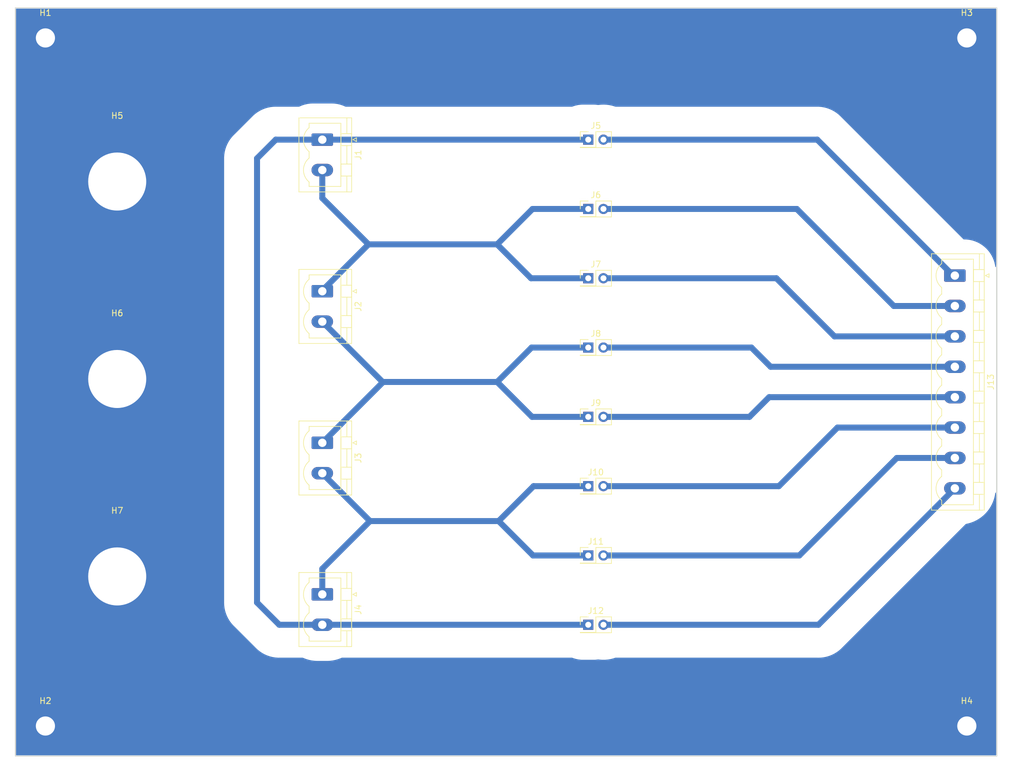
<source format=kicad_pcb>
(kicad_pcb (version 20211014) (generator pcbnew)
  (layers (0 "F.Cu" signal) (31 "B.Cu" signal) (34 "B.Paste" user) (35 "F.Paste" user) (36 "B.SilkS" user "B.Silkscreen") (37 "F.SilkS" user "F.Silkscreen") (38 "B.Mask" user) (39 "F.Mask" user) (44 "Edge.Cuts" user))
  (net 0 "")
  (net 1 "Net-(J10-Pad2)")
  (net 2 "Net-(J11-Pad2)")
  (net 3 "Net-(J10-Pad1)")
  (net 4 "Net-(J13-Pad5)")
  (net 5 "Net-(J12-Pad2)")
  (net 6 "Net-(J1-Pad2)")
  (net 7 "Net-(J1-Pad1)")
  (net 8 "Net-(J2-Pad2)")
  (net 9 "Net-(J13-Pad1)")
  (net 10 "Net-(J13-Pad2)")
  (net 11 "Net-(J13-Pad3)")
  (net 12 "Net-(J13-Pad4)")
  (net 13 "GND")
  (footprint "Connector_PinHeader_2.54mm:PinHeader_2x01_P2.54mm_Vertical" (layer "F.Cu") (at 158.725 57)
    (fp_text reference "J5" (at 1.27 -2.33) (layer "F.SilkS"))
    (fp_text value "Conn_02x01")
    (fp_line (start 3.87 -1.33) (end 3.87 1.33) (layer "F.SilkS") (width 0.12))
    (fp_line (start -1.33 0) (end -1.33 -1.33) (layer "F.SilkS") (width 0.12))
    (fp_line (start -1.33 -1.33) (end 0 -1.33) (layer "F.SilkS") (width 0.12))
    (fp_line (start 1.27 -1.33) (end 3.87 -1.33) (layer "F.SilkS") (width 0.12))
    (fp_line (start -1.33 1.33) (end 3.87 1.33) (layer "F.SilkS") (width 0.12))
    (fp_line (start 1.27 1.27) (end 1.27 -1.33) (layer "F.SilkS") (width 0.12))
    (fp_line (start -1.33 1.27) (end -1.33 1.33) (layer "F.SilkS") (width 0.12))
    (fp_line (start -1.33 1.27) (end 1.27 1.27) (layer "F.SilkS") (width 0.12))
    (pad "1" thru_hole rect (at 0 0) (size 1.7 1.7) (drill 1) (layers *.Cu *.Mask) (net 7 "Net-(J1-Pad1)"))
    (pad "2" thru_hole oval (at 2.54 0) (size 1.7 1.7) (drill 1) (layers *.Cu *.Mask) (net 9 "Net-(J13-Pad1)"))
  )
  (footprint "Connector_Phoenix_MSTB:PhoenixContact_MSTBVA_2,5_2-G-5,08_1x02_P5.08mm_Vertical" (layer "F.Cu") (at 114.2775 82.333333 -90)
    (fp_text reference "J2" (at 2.54 -6 90) (layer "F.SilkS"))
    (fp_text value "Conn_01x02")
    (fp_line (start 8.73 3.91) (end 8.73 -4.91) (layer "F.SilkS") (width 0.12))
    (fp_line (start 2 2.2) (end 3.08 2.2) (layer "F.SilkS") (width 0.12))
    (fp_line (start 8.73 -4.91) (end -3.65 -4.91) (layer "F.SilkS") (width 0.12))
    (fp_line (start -2.74 -3.1) (end 7.82 -3.1) (layer "F.SilkS") (width 0.12))
    (fp_line (start -2.74 2.2) (end -2.74 -3.1) (layer "F.SilkS") (width 0.12))
    (fp_line (start 7.82 2.2) (end 7.08 2.2) (layer "F.SilkS") (width 0.12))
    (fp_line (start -0.3 -5.71) (end 0.3 -5.71) (layer "F.SilkS") (width 0.12))
    (fp_line (start 1 -4.91) (end 1 -3.1) (layer "F.SilkS") (width 0.12))
    (fp_line (start 4.08 -3.1) (end 4.08 -4.91) (layer "F.SilkS") (width 0.12))
    (fp_line (start 8.73 -4.1) (end 6.19 -4.1) (layer "F.SilkS") (width 0.12))
    (fp_line (start 6.08 -4.91) (end 6.08 -3.1) (layer "F.SilkS") (width 0.12))
    (fp_line (start 4.08 -4.91) (end 6.08 -4.91) (layer "F.SilkS") (width 0.12))
    (fp_line (start 1 -4.1) (end 4.08 -4.1) (layer "F.SilkS") (width 0.12))
    (fp_line (start -3.65 3.91) (end 8.73 3.91) (layer "F.SilkS") (width 0.12))
    (fp_line (start -1 -3.1) (end -1 -4.91) (layer "F.SilkS") (width 0.12))
    (fp_line (start -2 2.2) (end -2.74 2.2) (layer "F.SilkS") (width 0.12))
    (fp_line (start -3.65 -4.1) (end -1.11 -4.1) (layer "F.SilkS") (width 0.12))
    (fp_line (start 0 -5.11) (end -0.3 -5.71) (layer "F.SilkS") (width 0.12))
    (fp_line (start -1 -4.91) (end 1 -4.91) (layer "F.SilkS") (width 0.12))
    (fp_line (start 6.08 -3.1) (end 4.08 -3.1) (layer "F.SilkS") (width 0.12))
    (fp_line (start 0.3 -5.71) (end 0 -5.11) (layer "F.SilkS") (width 0.12))
    (fp_line (start 1 -3.1) (end -1 -3.1) (layer "F.SilkS") (width 0.12))
    (fp_line (start 7.82 -3.1) (end 7.82 2.2) (layer "F.SilkS") (width 0.12))
    (fp_line (start -3.65 -4.91) (end -3.65 3.91) (layer "F.SilkS") (width 0.12))
    (fp_arc (start 7.066842 2.215821) (mid 5.069711 3.142758) (end 3.08 2.2) (layer "F.SilkS") (width 0.12))
    (fp_arc (start 1.986842 2.215821) (mid -0.010289 3.142758) (end -2 2.2) (layer "F.SilkS") (width 0.12))
    (pad "1" thru_hole roundrect (at 0 0 270) (size 2.08 3.6) (drill 1.4) (layers *.Cu *.Mask) (roundrect_rratio 0.120192) (net 6 "Net-(J1-Pad2)"))
    (pad "2" thru_hole oval (at 5.08 0 270) (size 2.08 3.6) (drill 1.4) (layers *.Cu *.Mask) (net 8 "Net-(J2-Pad2)"))
  )
  (footprint "qds-cv-jig-hw-lib:Potentiometer_Vishay_534" (layer "F.Cu") (at 80 130)
    (fp_text reference "H7" (at 0 -11 unlocked) (layer "F.SilkS"))
    (fp_text value "MountingHole")
    (pad "1" thru_hole circle (at 0 0) (size 15 15) (drill 9.7) (layers *.Cu *.Mask) (net 13 "GND"))
  )
  (footprint "Connector_PinHeader_2.54mm:PinHeader_2x01_P2.54mm_Vertical" (layer "F.Cu") (at 158.725 138.08)
    (fp_text reference "J12" (at 1.27 -2.33) (layer "F.SilkS"))
    (fp_text value "Conn_02x01")
    (fp_line (start 1.27 -1.33) (end 3.87 -1.33) (layer "F.SilkS") (width 0.12))
    (fp_line (start -1.33 1.27) (end 1.27 1.27) (layer "F.SilkS") (width 0.12))
    (fp_line (start 3.87 -1.33) (end 3.87 1.33) (layer "F.SilkS") (width 0.12))
    (fp_line (start -1.33 -1.33) (end 0 -1.33) (layer "F.SilkS") (width 0.12))
    (fp_line (start -1.33 0) (end -1.33 -1.33) (layer "F.SilkS") (width 0.12))
    (fp_line (start 1.27 1.27) (end 1.27 -1.33) (layer "F.SilkS") (width 0.12))
    (fp_line (start -1.33 1.33) (end 3.87 1.33) (layer "F.SilkS") (width 0.12))
    (fp_line (start -1.33 1.27) (end -1.33 1.33) (layer "F.SilkS") (width 0.12))
    (pad "1" thru_hole rect (at 0 0) (size 1.7 1.7) (drill 1) (layers *.Cu *.Mask) (net 7 "Net-(J1-Pad1)"))
    (pad "2" thru_hole oval (at 2.54 0) (size 1.7 1.7) (drill 1) (layers *.Cu *.Mask) (net 5 "Net-(J12-Pad2)"))
  )
  (footprint "MountingHole:MountingHole_3.2mm_M3_Pad" (layer "F.Cu") (at 68 155)
    (fp_text reference "H2" (at 0 -4.2) (layer "F.SilkS"))
    (fp_text value "MountingHole")
    (pad "1" thru_hole circle (at 0 0) (size 6.4 6.4) (drill 3.2) (layers *.Cu *.Mask) (net 13 "GND"))
  )
  (footprint "Connector_Phoenix_MSTB:PhoenixContact_MSTBVA_2,5_2-G-5,08_1x02_P5.08mm_Vertical" (layer "F.Cu") (at 114.2775 107.666666 -90)
    (fp_text reference "J3" (at 2.54 -6 90) (layer "F.SilkS"))
    (fp_text value "Conn_01x02")
    (fp_line (start 8.73 -4.1) (end 6.19 -4.1) (layer "F.SilkS") (width 0.12))
    (fp_line (start 4.08 -4.91) (end 6.08 -4.91) (layer "F.SilkS") (width 0.12))
    (fp_line (start -1 -4.91) (end 1 -4.91) (layer "F.SilkS") (width 0.12))
    (fp_line (start 6.08 -3.1) (end 4.08 -3.1) (layer "F.SilkS") (width 0.12))
    (fp_line (start 6.08 -4.91) (end 6.08 -3.1) (layer "F.SilkS") (width 0.12))
    (fp_line (start -3.65 3.91) (end 8.73 3.91) (layer "F.SilkS") (width 0.12))
    (fp_line (start 1 -4.1) (end 4.08 -4.1) (layer "F.SilkS") (width 0.12))
    (fp_line (start 1 -3.1) (end -1 -3.1) (layer "F.SilkS") (width 0.12))
    (fp_line (start -2 2.2) (end -2.74 2.2) (layer "F.SilkS") (width 0.12))
    (fp_line (start -2.74 2.2) (end -2.74 -3.1) (layer "F.SilkS") (width 0.12))
    (fp_line (start -3.65 -4.91) (end -3.65 3.91) (layer "F.SilkS") (width 0.12))
    (fp_line (start 0.3 -5.71) (end 0 -5.11) (layer "F.SilkS") (width 0.12))
    (fp_line (start -2.74 -3.1) (end 7.82 -3.1) (layer "F.SilkS") (width 0.12))
    (fp_line (start 8.73 -4.91) (end -3.65 -4.91) (layer "F.SilkS") (width 0.12))
    (fp_line (start 7.82 2.2) (end 7.08 2.2) (layer "F.SilkS") (width 0.12))
    (fp_line (start 8.73 3.91) (end 8.73 -4.91) (layer "F.SilkS") (width 0.12))
    (fp_line (start 4.08 -3.1) (end 4.08 -4.91) (layer "F.SilkS") (width 0.12))
    (fp_line (start 1 -4.91) (end 1 -3.1) (layer "F.SilkS") (width 0.12))
    (fp_line (start -1 -3.1) (end -1 -4.91) (layer "F.SilkS") (width 0.12))
    (fp_line (start -0.3 -5.71) (end 0.3 -5.71) (layer "F.SilkS") (width 0.12))
    (fp_line (start -3.65 -4.1) (end -1.11 -4.1) (layer "F.SilkS") (width 0.12))
    (fp_line (start 0 -5.11) (end -0.3 -5.71) (layer "F.SilkS") (width 0.12))
    (fp_line (start 2 2.2) (end 3.08 2.2) (layer "F.SilkS") (width 0.12))
    (fp_line (start 7.82 -3.1) (end 7.82 2.2) (layer "F.SilkS") (width 0.12))
    (fp_arc (start 1.986842 2.215821) (mid -0.010289 3.142758) (end -2 2.2) (layer "F.SilkS") (width 0.12))
    (fp_arc (start 7.066842 2.215821) (mid 5.069711 3.142758) (end 3.08 2.2) (layer "F.SilkS") (width 0.12))
    (pad "1" thru_hole roundrect (at 0 0 270) (size 2.08 3.6) (drill 1.4) (layers *.Cu *.Mask) (roundrect_rratio 0.120192) (net 8 "Net-(J2-Pad2)"))
    (pad "2" thru_hole oval (at 5.08 0 270) (size 2.08 3.6) (drill 1.4) (layers *.Cu *.Mask) (net 3 "Net-(J10-Pad1)"))
  )
  (footprint "Connector_Phoenix_MSTB:PhoenixContact_MSTBVA_2,5_2-G-5,08_1x02_P5.08mm_Vertical" (layer "F.Cu") (at 114.2775 133 -90)
    (fp_text reference "J4" (at 2.54 -6 90) (layer "F.SilkS"))
    (fp_text value "Conn_01x02")
    (fp_line (start 6.08 -4.91) (end 6.08 -3.1) (layer "F.SilkS") (width 0.12))
    (fp_line (start -1 -3.1) (end -1 -4.91) (layer "F.SilkS") (width 0.12))
    (fp_line (start -2 2.2) (end -2.74 2.2) (layer "F.SilkS") (width 0.12))
    (fp_line (start -0.3 -5.71) (end 0.3 -5.71) (layer "F.SilkS") (width 0.12))
    (fp_line (start -1 -4.91) (end 1 -4.91) (layer "F.SilkS") (width 0.12))
    (fp_line (start 8.73 -4.1) (end 6.19 -4.1) (layer "F.SilkS") (width 0.12))
    (fp_line (start -2.74 -3.1) (end 7.82 -3.1) (layer "F.SilkS") (width 0.12))
    (fp_line (start 0.3 -5.71) (end 0 -5.11) (layer "F.SilkS") (width 0.12))
    (fp_line (start 4.08 -3.1) (end 4.08 -4.91) (layer "F.SilkS") (width 0.12))
    (fp_line (start 1 -4.91) (end 1 -3.1) (layer "F.SilkS") (width 0.12))
    (fp_line (start -3.65 -4.1) (end -1.11 -4.1) (layer "F.SilkS") (width 0.12))
    (fp_line (start -3.65 3.91) (end 8.73 3.91) (layer "F.SilkS") (width 0.12))
    (fp_line (start -3.65 -4.91) (end -3.65 3.91) (layer "F.SilkS") (width 0.12))
    (fp_line (start 7.82 -3.1) (end 7.82 2.2) (layer "F.SilkS") (width 0.12))
    (fp_line (start 8.73 -4.91) (end -3.65 -4.91) (layer "F.SilkS") (width 0.12))
    (fp_line (start 6.08 -3.1) (end 4.08 -3.1) (layer "F.SilkS") (width 0.12))
    (fp_line (start 2 2.2) (end 3.08 2.2) (layer "F.SilkS") (width 0.12))
    (fp_line (start 1 -3.1) (end -1 -3.1) (layer "F.SilkS") (width 0.12))
    (fp_line (start 4.08 -4.91) (end 6.08 -4.91) (layer "F.SilkS") (width 0.12))
    (fp_line (start 7.82 2.2) (end 7.08 2.2) (layer "F.SilkS") (width 0.12))
    (fp_line (start 8.73 3.91) (end 8.73 -4.91) (layer "F.SilkS") (width 0.12))
    (fp_line (start 0 -5.11) (end -0.3 -5.71) (layer "F.SilkS") (width 0.12))
    (fp_line (start -2.74 2.2) (end -2.74 -3.1) (layer "F.SilkS") (width 0.12))
    (fp_line (start 1 -4.1) (end 4.08 -4.1) (layer "F.SilkS") (width 0.12))
    (fp_arc (start 1.986842 2.215821) (mid -0.010289 3.142758) (end -2 2.2) (layer "F.SilkS") (width 0.12))
    (fp_arc (start 7.066842 2.215821) (mid 5.069711 3.142758) (end 3.08 2.2) (layer "F.SilkS") (width 0.12))
    (pad "1" thru_hole roundrect (at 0 0 270) (size 2.08 3.6) (drill 1.4) (layers *.Cu *.Mask) (roundrect_rratio 0.120192) (net 3 "Net-(J10-Pad1)"))
    (pad "2" thru_hole oval (at 5.08 0 270) (size 2.08 3.6) (drill 1.4) (layers *.Cu *.Mask) (net 7 "Net-(J1-Pad1)"))
  )
  (footprint "MountingHole:MountingHole_3.2mm_M3_Pad" (layer "F.Cu") (at 222 155)
    (fp_text reference "H4" (at 0 -4.2) (layer "F.SilkS"))
    (fp_text value "MountingHole")
    (pad "1" thru_hole circle (at 0 0) (size 6.4 6.4) (drill 3.2) (layers *.Cu *.Mask) (net 13 "GND"))
  )
  (footprint "Connector_PinHeader_2.54mm:PinHeader_2x01_P2.54mm_Vertical" (layer "F.Cu") (at 158.725 126.497142)
    (fp_text reference "J11" (at 1.27 -2.33) (layer "F.SilkS"))
    (fp_text value "Conn_02x01")
    (fp_line (start -1.33 0) (end -1.33 -1.33) (layer "F.SilkS") (width 0.12))
    (fp_line (start -1.33 -1.33) (end 0 -1.33) (layer "F.SilkS") (width 0.12))
    (fp_line (start -1.33 1.27) (end -1.33 1.33) (layer "F.SilkS") (width 0.12))
    (fp_line (start 1.27 -1.33) (end 3.87 -1.33) (layer "F.SilkS") (width 0.12))
    (fp_line (start 1.27 1.27) (end 1.27 -1.33) (layer "F.SilkS") (width 0.12))
    (fp_line (start 3.87 -1.33) (end 3.87 1.33) (layer "F.SilkS") (width 0.12))
    (fp_line (start -1.33 1.33) (end 3.87 1.33) (layer "F.SilkS") (width 0.12))
    (fp_line (start -1.33 1.27) (end 1.27 1.27) (layer "F.SilkS") (width 0.12))
    (pad "1" thru_hole rect (at 0 0) (size 1.7 1.7) (drill 1) (layers *.Cu *.Mask) (net 3 "Net-(J10-Pad1)"))
    (pad "2" thru_hole oval (at 2.54 0) (size 1.7 1.7) (drill 1) (layers *.Cu *.Mask) (net 2 "Net-(J11-Pad2)"))
  )
  (footprint "Connector_PinHeader_2.54mm:PinHeader_2x01_P2.54mm_Vertical" (layer "F.Cu") (at 158.725 114.914285)
    (fp_text reference "J10" (at 1.27 -2.33) (layer "F.SilkS"))
    (fp_text value "Conn_02x01")
    (fp_line (start -1.33 1.27) (end -1.33 1.33) (layer "F.SilkS") (width 0.12))
    (fp_line (start -1.33 -1.33) (end 0 -1.33) (layer "F.SilkS") (width 0.12))
    (fp_line (start 3.87 -1.33) (end 3.87 1.33) (layer "F.SilkS") (width 0.12))
    (fp_line (start 1.27 1.27) (end 1.27 -1.33) (layer "F.SilkS") (width 0.12))
    (fp_line (start -1.33 0) (end -1.33 -1.33) (layer "F.SilkS") (width 0.12))
    (fp_line (start 1.27 -1.33) (end 3.87 -1.33) (layer "F.SilkS") (width 0.12))
    (fp_line (start -1.33 1.33) (end 3.87 1.33) (layer "F.SilkS") (width 0.12))
    (fp_line (start -1.33 1.27) (end 1.27 1.27) (layer "F.SilkS") (width 0.12))
    (pad "1" thru_hole rect (at 0 0) (size 1.7 1.7) (drill 1) (layers *.Cu *.Mask) (net 3 "Net-(J10-Pad1)"))
    (pad "2" thru_hole oval (at 2.54 0) (size 1.7 1.7) (drill 1) (layers *.Cu *.Mask) (net 1 "Net-(J10-Pad2)"))
  )
  (footprint "MountingHole:MountingHole_3.2mm_M3_Pad" (layer "F.Cu") (at 68 40)
    (fp_text reference "H1" (at 0 -4.2) (layer "F.SilkS"))
    (fp_text value "MountingHole")
    (pad "1" thru_hole circle (at 0 0) (size 6.4 6.4) (drill 3.2) (layers *.Cu *.Mask) (net 13 "GND"))
  )
  (footprint "Connector_PinHeader_2.54mm:PinHeader_2x01_P2.54mm_Vertical" (layer "F.Cu") (at 158.725 80.165714)
    (fp_text reference "J7" (at 1.27 -2.33) (layer "F.SilkS"))
    (fp_text value "Conn_02x01")
    (fp_line (start 1.27 1.27) (end 1.27 -1.33) (layer "F.SilkS") (width 0.12))
    (fp_line (start -1.33 1.33) (end 3.87 1.33) (layer "F.SilkS") (width 0.12))
    (fp_line (start -1.33 0) (end -1.33 -1.33) (layer "F.SilkS") (width 0.12))
    (fp_line (start 3.87 -1.33) (end 3.87 1.33) (layer "F.SilkS") (width 0.12))
    (fp_line (start 1.27 -1.33) (end 3.87 -1.33) (layer "F.SilkS") (width 0.12))
    (fp_line (start -1.33 1.27) (end -1.33 1.33) (layer "F.SilkS") (width 0.12))
    (fp_line (start -1.33 -1.33) (end 0 -1.33) (layer "F.SilkS") (width 0.12))
    (fp_line (start -1.33 1.27) (end 1.27 1.27) (layer "F.SilkS") (width 0.12))
    (pad "1" thru_hole rect (at 0 0) (size 1.7 1.7) (drill 1) (layers *.Cu *.Mask) (net 6 "Net-(J1-Pad2)"))
    (pad "2" thru_hole oval (at 2.54 0) (size 1.7 1.7) (drill 1) (layers *.Cu *.Mask) (net 11 "Net-(J13-Pad3)"))
  )
  (footprint "qds-cv-jig-hw-lib:Potentiometer_Vishay_534" (layer "F.Cu") (at 80 64)
    (fp_text reference "H5" (at 0 -11 unlocked) (layer "F.SilkS"))
    (fp_text value "MountingHole")
    (pad "1" thru_hole circle (at 0 0) (size 15 15) (drill 9.7) (layers *.Cu *.Mask) (net 13 "GND"))
  )
  (footprint "qds-cv-jig-hw-lib:Potentiometer_Vishay_534" (layer "F.Cu") (at 80 97)
    (fp_text reference "H6" (at 0 -11 unlocked) (layer "F.SilkS"))
    (fp_text value "MountingHole")
    (pad "1" thru_hole circle (at 0 0) (size 15 15) (drill 9.7) (layers *.Cu *.Mask) (net 13 "GND"))
  )
  (footprint "Connector_PinHeader_2.54mm:PinHeader_2x01_P2.54mm_Vertical" (layer "F.Cu") (at 158.725 68.582857)
    (fp_text reference "J6" (at 1.27 -2.33) (layer "F.SilkS"))
    (fp_text value "Conn_02x01")
    (fp_line (start -1.33 1.27) (end -1.33 1.33) (layer "F.SilkS") (width 0.12))
    (fp_line (start 1.27 1.27) (end 1.27 -1.33) (layer "F.SilkS") (width 0.12))
    (fp_line (start -1.33 1.27) (end 1.27 1.27) (layer "F.SilkS") (width 0.12))
    (fp_line (start -1.33 0) (end -1.33 -1.33) (layer "F.SilkS") (width 0.12))
    (fp_line (start -1.33 -1.33) (end 0 -1.33) (layer "F.SilkS") (width 0.12))
    (fp_line (start 1.27 -1.33) (end 3.87 -1.33) (layer "F.SilkS") (width 0.12))
    (fp_line (start 3.87 -1.33) (end 3.87 1.33) (layer "F.SilkS") (width 0.12))
    (fp_line (start -1.33 1.33) (end 3.87 1.33) (layer "F.SilkS") (width 0.12))
    (pad "1" thru_hole rect (at 0 0) (size 1.7 1.7) (drill 1) (layers *.Cu *.Mask) (net 6 "Net-(J1-Pad2)"))
    (pad "2" thru_hole oval (at 2.54 0) (size 1.7 1.7) (drill 1) (layers *.Cu *.Mask) (net 10 "Net-(J13-Pad2)"))
  )
  (footprint "Connector_PinHeader_2.54mm:PinHeader_2x01_P2.54mm_Vertical" (layer "F.Cu") (at 158.725 103.331428)
    (fp_text reference "J9" (at 1.27 -2.33) (layer "F.SilkS"))
    (fp_text value "Conn_02x01")
    (fp_line (start -1.33 1.27) (end -1.33 1.33) (layer "F.SilkS") (width 0.12))
    (fp_line (start -1.33 1.33) (end 3.87 1.33) (layer "F.SilkS") (width 0.12))
    (fp_line (start -1.33 -1.33) (end 0 -1.33) (layer "F.SilkS") (width 0.12))
    (fp_line (start 3.87 -1.33) (end 3.87 1.33) (layer "F.SilkS") (width 0.12))
    (fp_line (start 1.27 1.27) (end 1.27 -1.33) (layer "F.SilkS") (width 0.12))
    (fp_line (start -1.33 1.27) (end 1.27 1.27) (layer "F.SilkS") (width 0.12))
    (fp_line (start 1.27 -1.33) (end 3.87 -1.33) (layer "F.SilkS") (width 0.12))
    (fp_line (start -1.33 0) (end -1.33 -1.33) (layer "F.SilkS") (width 0.12))
    (pad "1" thru_hole rect (at 0 0) (size 1.7 1.7) (drill 1) (layers *.Cu *.Mask) (net 8 "Net-(J2-Pad2)"))
    (pad "2" thru_hole oval (at 2.54 0) (size 1.7 1.7) (drill 1) (layers *.Cu *.Mask) (net 4 "Net-(J13-Pad5)"))
  )
  (footprint "Connector_Phoenix_MSTB:PhoenixContact_MSTBVA_2,5_2-G-5,08_1x02_P5.08mm_Vertical" (layer "F.Cu") (at 114.2775 57 -90)
    (fp_text reference "J1" (at 2.54 -6 90) (layer "F.SilkS"))
    (fp_text value "Conn_01x02")
    (fp_line (start -3.65 3.91) (end 8.73 3.91) (layer "F.SilkS") (width 0.12))
    (fp_line (start -2 2.2) (end -2.74 2.2) (layer "F.SilkS") (width 0.12))
    (fp_line (start 0.3 -5.71) (end 0 -5.11) (layer "F.SilkS") (width 0.12))
    (fp_line (start 8.73 3.91) (end 8.73 -4.91) (layer "F.SilkS") (width 0.12))
    (fp_line (start 7.82 2.2) (end 7.08 2.2) (layer "F.SilkS") (width 0.12))
    (fp_line (start 8.73 -4.1) (end 6.19 -4.1) (layer "F.SilkS") (width 0.12))
    (fp_line (start 2 2.2) (end 3.08 2.2) (layer "F.SilkS") (width 0.12))
    (fp_line (start 1 -4.91) (end 1 -3.1) (layer "F.SilkS") (width 0.12))
    (fp_line (start -3.65 -4.1) (end -1.11 -4.1) (layer "F.SilkS") (width 0.12))
    (fp_line (start 6.08 -4.91) (end 6.08 -3.1) (layer "F.SilkS") (width 0.12))
    (fp_line (start -3.65 -4.91) (end -3.65 3.91) (layer "F.SilkS") (width 0.12))
    (fp_line (start 1 -4.1) (end 4.08 -4.1) (layer "F.SilkS") (width 0.12))
    (fp_line (start -1 -3.1) (end -1 -4.91) (layer "F.SilkS") (width 0.12))
    (fp_line (start -2.74 -3.1) (end 7.82 -3.1) (layer "F.SilkS") (width 0.12))
    (fp_line (start -1 -4.91) (end 1 -4.91) (layer "F.SilkS") (width 0.12))
    (fp_line (start 4.08 -4.91) (end 6.08 -4.91) (layer "F.SilkS") (width 0.12))
    (fp_line (start 8.73 -4.91) (end -3.65 -4.91) (layer "F.SilkS") (width 0.12))
    (fp_line (start -2.74 2.2) (end -2.74 -3.1) (layer "F.SilkS") (width 0.12))
    (fp_line (start 0 -5.11) (end -0.3 -5.71) (layer "F.SilkS") (width 0.12))
    (fp_line (start 7.82 -3.1) (end 7.82 2.2) (layer "F.SilkS") (width 0.12))
    (fp_line (start 4.08 -3.1) (end 4.08 -4.91) (layer "F.SilkS") (width 0.12))
    (fp_line (start -0.3 -5.71) (end 0.3 -5.71) (layer "F.SilkS") (width 0.12))
    (fp_line (start 6.08 -3.1) (end 4.08 -3.1) (layer "F.SilkS") (width 0.12))
    (fp_line (start 1 -3.1) (end -1 -3.1) (layer "F.SilkS") (width 0.12))
    (fp_arc (start 7.066842 2.215821) (mid 5.069711 3.142758) (end 3.08 2.2) (layer "F.SilkS") (width 0.12))
    (fp_arc (start 1.986842 2.215821) (mid -0.010289 3.142758) (end -2 2.2) (layer "F.SilkS") (width 0.12))
    (pad "1" thru_hole roundrect (at 0 0 270) (size 2.08 3.6) (drill 1.4) (layers *.Cu *.Mask) (roundrect_rratio 0.120192) (net 7 "Net-(J1-Pad1)"))
    (pad "2" thru_hole oval (at 5.08 0 270) (size 2.08 3.6) (drill 1.4) (layers *.Cu *.Mask) (net 6 "Net-(J1-Pad2)"))
  )
  (footprint "Connector_Phoenix_MSTB:PhoenixContact_MSTBVA_2,5_8-G-5,08_1x08_P5.08mm_Vertical" (layer "F.Cu") (at 220 79.72 -90)
    (fp_text reference "J13" (at 17.78 -6 90) (layer "F.SilkS"))
    (fp_text value "Conn_01x08")
    (fp_line (start 17.24 2.2) (end 18.32 2.2) (layer "F.SilkS") (width 0.12))
    (fp_line (start -1 -4.91) (end 1 -4.91) (layer "F.SilkS") (width 0.12))
    (fp_line (start 29.48 -4.91) (end 31.48 -4.91) (layer "F.SilkS") (width 0.12))
    (fp_line (start 26.4 -3.1) (end 24.4 -3.1) (layer "F.SilkS") (width 0.12))
    (fp_line (start 24.4 -3.1) (end 24.4 -4.91) (layer "F.SilkS") (width 0.12))
    (fp_line (start -3.65 -4.1) (end -1.11 -4.1) (layer "F.SilkS") (width 0.12))
    (fp_line (start 21.32 -4.91) (end 21.32 -3.1) (layer "F.SilkS") (width 0.12))
    (fp_line (start -2 2.2) (end -2.74 2.2) (layer "F.SilkS") (width 0.12))
    (fp_line (start 6.08 -4.91) (end 6.08 -3.1) (layer "F.SilkS") (width 0.12))
    (fp_line (start 16.24 -4.1) (end 19.32 -4.1) (layer "F.SilkS") (width 0.12))
    (fp_line (start 31.48 -3.1) (end 29.48 -3.1) (layer "F.SilkS") (width 0.12))
    (fp_line (start 38.3 -3.1) (end 38.3 2.2) (layer "F.SilkS") (width 0.12))
    (fp_line (start 31.48 -4.91) (end 31.48 -3.1) (layer "F.SilkS") (width 0.12))
    (fp_line (start 6.08 -4.1) (end 9.16 -4.1) (layer "F.SilkS") (width 0.12))
    (fp_line (start 1 -4.1) (end 4.08 -4.1) (layer "F.SilkS") (width 0.12))
    (fp_line (start -1 -3.1) (end -1 -4.91) (layer "F.SilkS") (width 0.12))
    (fp_line (start 39.21 3.91) (end 39.21 -4.91) (layer "F.SilkS") (width 0.12))
    (fp_line (start 2 2.2) (end 3.08 2.2) (layer "F.SilkS") (width 0.12))
    (fp_line (start 24.4 -4.91) (end 26.4 -4.91) (layer "F.SilkS") (width 0.12))
    (fp_line (start 39.21 -4.1) (end 36.67 -4.1) (layer "F.SilkS") (width 0.12))
    (fp_line (start 34.56 -4.91) (end 36.56 -4.91) (layer "F.SilkS") (width 0.12))
    (fp_line (start 4.08 -4.91) (end 6.08 -4.91) (layer "F.SilkS") (width 0.12))
    (fp_line (start 9.16 -4.91) (end 11.16 -4.91) (layer "F.SilkS") (width 0.12))
    (fp_line (start 19.32 -4.91) (end 21.32 -4.91) (layer "F.SilkS") (width 0.12))
    (fp_line (start 36.56 -3.1) (end 34.56 -3.1) (layer "F.SilkS") (width 0.12))
    (fp_line (start -0.3 -5.71) (end 0.3 -5.71) (layer "F.SilkS") (width 0.12))
    (fp_line (start 14.24 -4.91) (end 16.24 -4.91) (layer "F.SilkS") (width 0.12))
    (fp_line (start 11.16 -3.1) (end 9.16 -3.1) (layer "F.SilkS") (width 0.12))
    (fp_line (start 7.08 2.2) (end 8.16 2.2) (layer "F.SilkS") (width 0.12))
    (fp_line (start 38.3 2.2) (end 37.56 2.2) (layer "F.SilkS") (width 0.12))
    (fp_line (start 0 -5.11) (end -0.3 -5.71) (layer "F.SilkS") (width 0.12))
    (fp_line (start 26.4 -4.1) (end 29.48 -4.1) (layer "F.SilkS") (width 0.12))
    (fp_line (start -3.65 -4.91) (end -3.65 3.91) (layer "F.SilkS") (width 0.12))
    (fp_line (start -2.74 -3.1) (end 38.3 -3.1) (layer "F.SilkS") (width 0.12))
    (fp_line (start 29.48 -3.1) (end 29.48 -4.91) (layer "F.SilkS") (width 0.12))
    (fp_line (start 12.16 2.2) (end 13.24 2.2) (layer "F.SilkS") (width 0.12))
    (fp_line (start 21.32 -4.1) (end 24.4 -4.1) (layer "F.SilkS") (width 0.12))
    (fp_line (start 32.48 2.2) (end 33.56 2.2) (layer "F.SilkS") (width 0.12))
    (fp_line (start 1 -4.91) (end 1 -3.1) (layer "F.SilkS") (width 0.12))
    (fp_line (start 0.3 -5.71) (end 0 -5.11) (layer "F.SilkS") (width 0.12))
    (fp_line (start 14.24 -3.1) (end 14.24 -4.91) (layer "F.SilkS") (width 0.12))
    (fp_line (start 26.4 -4.91) (end 26.4 -3.1) (layer "F.SilkS") (width 0.12))
    (fp_line (start 19.32 -3.1) (end 19.32 -4.91) (layer "F.SilkS") (width 0.12))
    (fp_line (start 21.32 -3.1) (end 19.32 -3.1) (layer "F.SilkS") (width 0.12))
    (fp_line (start 31.48 -4.1) (end 34.56 -4.1) (layer "F.SilkS") (width 0.12))
    (fp_line (start 34.56 -3.1) (end 34.56 -4.91) (layer "F.SilkS") (width 0.12))
    (fp_line (start 1 -3.1) (end -1 -3.1) (layer "F.SilkS") (width 0.12))
    (fp_line (start 4.08 -3.1) (end 4.08 -4.91) (layer "F.SilkS") (width 0.12))
    (fp_line (start 22.32 2.2) (end 23.4 2.2) (layer "F.SilkS") (width 0.12))
    (fp_line (start 11.16 -4.91) (end 11.16 -3.1) (layer "F.SilkS") (width 0.12))
    (fp_line (start -2.74 2.2) (end -2.74 -3.1) (layer "F.SilkS") (width 0.12))
    (fp_line (start 11.16 -4.1) (end 14.24 -4.1) (layer "F.SilkS") (width 0.12))
    (fp_line (start -3.65 3.91) (end 39.21 3.91) (layer "F.SilkS") (width 0.12))
    (fp_line (start 36.56 -4.91) (end 36.56 -3.1) (layer "F.SilkS") (width 0.12))
    (fp_line (start 27.4 2.2) (end 28.48 2.2) (layer "F.SilkS") (width 0.12))
    (fp_line (start 16.24 -3.1) (end 14.24 -3.1) (layer "F.SilkS") (width 0.12))
    (fp_line (start 9.16 -3.1) (end 9.16 -4.91) (layer "F.SilkS") (width 0.12))
    (fp_line (start 16.24 -4.91) (end 16.24 -3.1) (layer "F.SilkS") (width 0.12))
    (fp_line (start 6.08 -3.1) (end 4.08 -3.1) (layer "F.SilkS") (width 0.12))
    (fp_line (start 39.21 -4.91) (end -3.65 -4.91) (layer "F.SilkS") (width 0.12))
    (fp_arc (start 27.386842 2.215821) (mid 25.389711 3.142758) (end 23.4 2.2) (layer "F.SilkS") (width 0.12))
    (fp_arc (start 32.466842 2.215821) (mid 30.469711 3.142758) (end 28.48 2.2) (layer "F.SilkS") (width 0.12))
    (fp_arc (start 37.546842 2.215821) (mid 35.549711 3.142758) (end 33.56 2.2) (layer "F.SilkS") (width 0.12))
    (fp_arc (start 1.986842 2.215821) (mid -0.010289 3.142758) (end -2 2.2) (layer "F.SilkS") (width 0.12))
    (fp_arc (start 22.306842 2.215821) (mid 20.309711 3.142758) (end 18.32 2.2) (layer "F.SilkS") (width 0.12))
    (fp_arc (start 17.226842 2.215821) (mid 15.229711 3.142758) (end 13.24 2.2) (layer "F.SilkS") (width 0.12))
    (fp_arc (start 12.146842 2.215821) (mid 10.149711 3.142758) (end 8.16 2.2) (layer "F.SilkS") (width 0.12))
    (fp_arc (start 7.066842 2.215821) (mid 5.069711 3.142758) (end 3.08 2.2) (layer "F.SilkS") (width 0.12))
    (pad "1" thru_hole roundrect (at 0 0 270) (size 2.08 3.6) (drill 1.4) (layers *.Cu *.Mask) (roundrect_rratio 0.120192) (net 9 "Net-(J13-Pad1)"))
    (pad "2" thru_hole oval (at 5.08 0 270) (size 2.08 3.6) (drill 1.4) (layers *.Cu *.Mask) (net 10 "Net-(J13-Pad2)"))
    (pad "3" thru_hole oval (at 10.16 0 270) (size 2.08 3.6) (drill 1.4) (layers *.Cu *.Mask) (net 11 "Net-(J13-Pad3)"))
    (pad "4" thru_hole oval (at 15.24 0 270) (size 2.08 3.6) (drill 1.4) (layers *.Cu *.Mask) (net 12 "Net-(J13-Pad4)"))
    (pad "5" thru_hole oval (at 20.32 0 270) (size 2.08 3.6) (drill 1.4) (layers *.Cu *.Mask) (net 4 "Net-(J13-Pad5)"))
    (pad "6" thru_hole oval (at 25.4 0 270) (size 2.08 3.6) (drill 1.4) (layers *.Cu *.Mask) (net 1 "Net-(J10-Pad2)"))
    (pad "7" thru_hole oval (at 30.48 0 270) (size 2.08 3.6) (drill 1.4) (layers *.Cu *.Mask) (net 2 "Net-(J11-Pad2)"))
    (pad "8" thru_hole oval (at 35.56 0 270) (size 2.08 3.6) (drill 1.4) (layers *.Cu *.Mask) (net 5 "Net-(J12-Pad2)"))
  )
  (footprint "MountingHole:MountingHole_3.2mm_M3_Pad" (layer "F.Cu") (at 222 40)
    (fp_text reference "H3" (at 0 -4.2) (layer "F.SilkS"))
    (fp_text value "MountingHole")
    (pad "1" thru_hole circle (at 0 0) (size 6.4 6.4) (drill 3.2) (layers *.Cu *.Mask) (net 13 "GND"))
  )
  (footprint "Connector_PinHeader_2.54mm:PinHeader_2x01_P2.54mm_Vertical" (layer "F.Cu") (at 158.725 91.748571)
    (fp_text reference "J8" (at 1.27 -2.33) (layer "F.SilkS"))
    (fp_text value "Conn_02x01")
    (fp_line (start -1.33 1.27) (end -1.33 1.33) (layer "F.SilkS") (width 0.12))
    (fp_line (start -1.33 0) (end -1.33 -1.33) (layer "F.SilkS") (width 0.12))
    (fp_line (start -1.33 1.27) (end 1.27 1.27) (layer "F.SilkS") (width 0.12))
    (fp_line (start 1.27 -1.33) (end 3.87 -1.33) (layer "F.SilkS") (width 0.12))
    (fp_line (start -1.33 -1.33) (end 0 -1.33) (layer "F.SilkS") (width 0.12))
    (fp_line (start 1.27 1.27) (end 1.27 -1.33) (layer "F.SilkS") (width 0.12))
    (fp_line (start -1.33 1.33) (end 3.87 1.33) (layer "F.SilkS") (width 0.12))
    (fp_line (start 3.87 -1.33) (end 3.87 1.33) (layer "F.SilkS") (width 0.12))
    (pad "1" thru_hole rect (at 0 0) (size 1.7 1.7) (drill 1) (layers *.Cu *.Mask) (net 8 "Net-(J2-Pad2)"))
    (pad "2" thru_hole oval (at 2.54 0) (size 1.7 1.7) (drill 1) (layers *.Cu *.Mask) (net 12 "Net-(J13-Pad4)"))
  )
  (gr_rect (start 63 35) (end 227 160) (layer "Edge.Cuts") (width 0.2) (fill none))
  (segment (start 161.265 114.914285) (end 190.585715 114.914285) (width 1) (layer "B.Cu") (net 1))
  (segment (start 200.38 105.12) (end 220 105.12) (width 1) (layer "B.Cu") (net 1))
  (segment (start 190.585715 114.914285) (end 200.38 105.12) (width 1) (layer "B.Cu") (net 1))
  (segment (start 194.002858 126.497142) (end 210.3 110.2) (width 1) (layer "B.Cu") (net 2))
  (segment (start 161.265 126.497142) (end 194.002858 126.497142) (width 1) (layer "B.Cu") (net 2))
  (segment (start 210.3 110.2) (end 220 110.2) (width 1) (layer "B.Cu") (net 2))
  (segment (start 158.725 114.914285) (end 149.585715 114.914285) (width 1) (layer "B.Cu") (net 3))
  (segment (start 149.497142 126.497142) (end 158.725 126.497142) (width 1) (layer "B.Cu") (net 3))
  (segment (start 143.75 120.75) (end 122.25 120.75) (width 1) (layer "B.Cu") (net 3))
  (segment (start 149.585715 114.914285) (end 143.75 120.75) (width 1) (layer "B.Cu") (net 3))
  (segment (start 122.25 120.75) (end 114.2775 112.7775) (width 1) (layer "B.Cu") (net 3))
  (segment (start 114.2775 133) (end 114.2775 128.7225) (width 1) (layer "B.Cu") (net 3))
  (segment (start 143.75 120.75) (end 149.497142 126.497142) (width 1) (layer "B.Cu") (net 3))
  (segment (start 114.2775 112.7775) (end 114.2775 112.746666) (width 1) (layer "B.Cu") (net 3))
  (segment (start 114.2775 128.7225) (end 122.25 120.75) (width 1) (layer "B.Cu") (net 3))
  (segment (start 185.668572 103.331428) (end 188.96 100.04) (width 1) (layer "B.Cu") (net 4))
  (segment (start 161.265 103.331428) (end 185.668572 103.331428) (width 1) (layer "B.Cu") (net 4))
  (segment (start 188.96 100.04) (end 220 100.04) (width 1) (layer "B.Cu") (net 4))
  (segment (start 161.265 138.08) (end 197.2 138.08) (width 1) (layer "B.Cu") (net 5))
  (segment (start 197.2 138.08) (end 220 115.28) (width 1) (layer "B.Cu") (net 5))
  (segment (start 114.2775 62.08) (end 114.2775 66.7775) (width 1) (layer "B.Cu") (net 6))
  (segment (start 122 74.5) (end 114.2775 82.2225) (width 1) (layer "B.Cu") (net 6))
  (segment (start 143.5 74.5) (end 122 74.5) (width 1) (layer "B.Cu") (net 6))
  (segment (start 149.165714 80.165714) (end 158.725 80.165714) (width 1) (layer "B.Cu") (net 6))
  (segment (start 149.417143 68.582857) (end 143.5 74.5) (width 1) (layer "B.Cu") (net 6))
  (segment (start 114.2775 82.2225) (end 114.2775 82.333333) (width 1) (layer "B.Cu") (net 6))
  (segment (start 114.2775 66.7775) (end 122 74.5) (width 1) (layer "B.Cu") (net 6))
  (segment (start 143.5 74.5) (end 149.165714 80.165714) (width 1) (layer "B.Cu") (net 6))
  (segment (start 158.725 68.582857) (end 149.417143 68.582857) (width 1) (layer "B.Cu") (net 6))
  (segment (start 106.5 57) (end 103.37 60.13) (width 1) (layer "B.Cu") (net 7))
  (segment (start 103.37 60.13) (end 103.37 134.37) (width 1) (layer "B.Cu") (net 7))
  (segment (start 107.08 138.08) (end 114.2775 138.08) (width 1) (layer "B.Cu") (net 7))
  (segment (start 114.2775 57) (end 158.725 57) (width 1) (layer "B.Cu") (net 7))
  (segment (start 114.2775 57) (end 106.5 57) (width 1) (layer "B.Cu") (net 7))
  (segment (start 103.37 134.37) (end 107.08 138.08) (width 1) (layer "B.Cu") (net 7))
  (segment (start 114.2775 138.08) (end 158.725 138.08) (width 1) (layer "B.Cu") (net 7))
  (segment (start 143.5 97.5) (end 149.331428 103.331428) (width 1) (layer "B.Cu") (net 8))
  (segment (start 149.251429 91.748571) (end 143.5 97.5) (width 1) (layer "B.Cu") (net 8))
  (segment (start 158.725 91.748571) (end 149.251429 91.748571) (width 1) (layer "B.Cu") (net 8))
  (segment (start 124.444166 97.5) (end 124.364167 97.5) (width 1) (layer "B.Cu") (net 8))
  (segment (start 149.331428 103.331428) (end 158.725 103.331428) (width 1) (layer "B.Cu") (net 8))
  (segment (start 143.5 97.5) (end 124.444166 97.5) (width 1) (layer "B.Cu") (net 8))
  (segment (start 124.364167 97.5) (end 114.2775 87.413333) (width 1) (layer "B.Cu") (net 8))
  (segment (start 124.444166 97.5) (end 114.2775 107.666666) (width 1) (layer "B.Cu") (net 8))
  (segment (start 197 57) (end 219.72 79.72) (width 1) (layer "B.Cu") (net 9))
  (segment (start 219.72 79.72) (end 220 79.72) (width 1) (layer "B.Cu") (net 9))
  (segment (start 161.265 57) (end 197 57) (width 1) (layer "B.Cu") (net 9))
  (segment (start 209.8 84.8) (end 220 84.8) (width 1) (layer "B.Cu") (net 10))
  (segment (start 161.265 68.582857) (end 193.582857 68.582857) (width 1) (layer "B.Cu") (net 10))
  (segment (start 193.582857 68.582857) (end 209.8 84.8) (width 1) (layer "B.Cu") (net 10))
  (segment (start 161.265 80.165714) (end 190.165714 80.165714) (width 1) (layer "B.Cu") (net 11))
  (segment (start 199.88 89.88) (end 220 89.88) (width 1) (layer "B.Cu") (net 11))
  (segment (start 190.165714 80.165714) (end 199.88 89.88) (width 1) (layer "B.Cu") (net 11))
  (segment (start 185.998571 91.748571) (end 189.21 94.96) (width 1) (layer "B.Cu") (net 12))
  (segment (start 189.21 94.96) (end 220 94.96) (width 1) (layer "B.Cu") (net 12))
  (segment (start 161.265 91.748571) (end 185.998571 91.748571) (width 1) (layer "B.Cu") (net 12))
  (zone (net 13) (net_name "GND") (layer "B.Cu") (connect_pads yes (clearance 0)) (min_thickness 0.254) (fill yes (thermal_gap 0.508) (thermal_bridge_width 0.508))
    (polygon (pts (xy 231.58 161.73) (xy 61.24 161.73) (xy 60.41 162.56) (xy 60.41 33.66) (xy 231.58 33.66)))
  )
)
</source>
